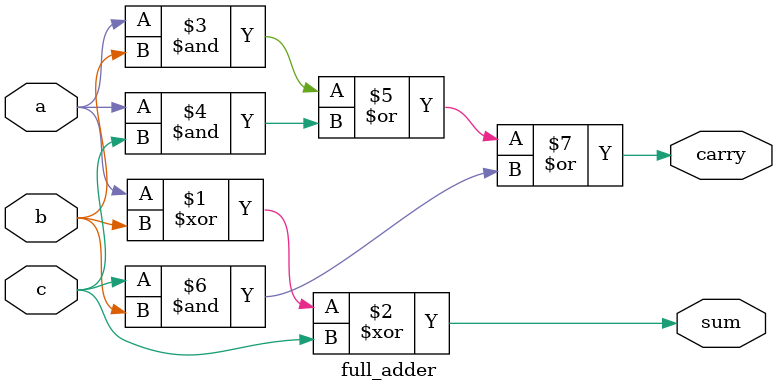
<source format=v>
`timescale 1ns / 1ps


module full_adder(
    input a,
    input b,
    input c,
    output sum,
    output carry
    );
    assign sum=a^b^c;
    assign carry=a&b|a&c|c&b;
endmodule

</source>
